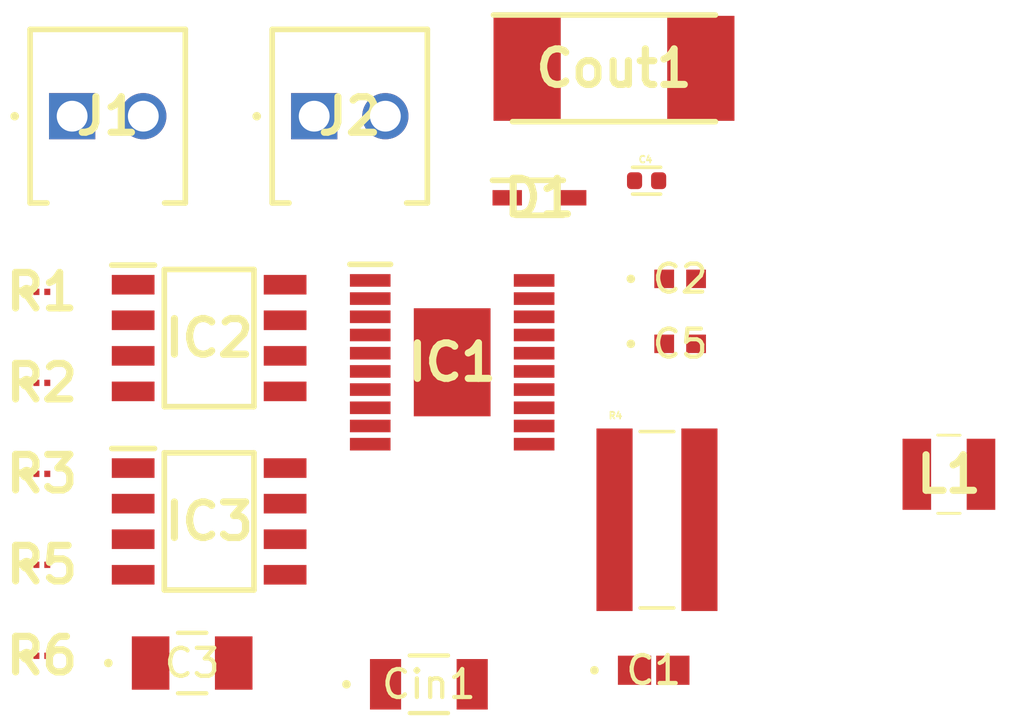
<source format=kicad_pcb>
(kicad_pcb (version 20240108) (generator "pcbnew") (generator_version "8.0")
  (layers (0 "F.Cu" signal) (31 "B.Cu" signal) (34 "B.Paste" user) (35 "F.Paste" user) (36 "B.SilkS" user "B.Silkscreen") (37 "F.SilkS" user "F.Silkscreen") (38 "B.Mask" user) (39 "F.Mask" user) (44 "Edge.Cuts" user))
  (net 0 "")
  (net 1 "Net-(C1-Pad2)")
  (net 2 "GND")
  (net 3 "Net-(IC1-TRACK{slash}SS)")
  (net 4 "Net-(IC1-ITH)")
  (net 5 "Net-(D1-A)")
  (net 6 "Net-(D1-K)")
  (net 7 "Net-(IC1-SW)")
  (net 8 "Net-(IC1-VIN)")
  (net 10 "Net-(IC1-SENSE-)")
  (net 11 "GNDS")
  (net 12 "Net-(IC1-SENSE+)")
  (net 14 "Net-(IC1-FREQ)")
  (net 15 "Net-(IC1-BG)")
  (net 16 "Net-(IC1-VFB)")
  (net 17 "Net-(IC1-TG)")
  (net 18 "GNDPWR")
  (net 21 "Net-(IC1-PGOOD)")
  (footprint "footprints:ERJ-XGNF6042Y" (layer "F.Cu") (at 123.4783 99.2341)
    (property "Reference" "R2" (at 0 0 0) (layer "F.SilkS") (effects (font (size 1.27 1.27) (thickness 0.254))))
    (property "Value" "60k4" (hide yes))
    (fp_circle (center -0.544 0) (end -0.544 0.05) (stroke (width 0.2)) (fill none) (layer "F.SilkS"))
    (pad "1" smd rect (at -0.194 0) (size 0.213 0.225) (layers "F.Cu" "F.Paste" "F.Mask") (net 2 "GND"))
    (pad "2" smd rect (at 0.194 0) (size 0.213 0.225) (layers "F.Cu" "F.Paste" "F.Mask") (net 14 "Net-(IC1-FREQ)"))
  )
  (footprint "footprints:KRL6432D-C-R004-F-T5" (layer "F.Cu") (at 145.4343 104.1241)
    (property "Reference" "R4" (at -1.480155 -3.722309 0) (layer "F.SilkS") (effects (font (size 0.240187 0.240187))))
    (property "Value" "4m")
    (fp_line (start -0.6 -3.15) (end 0.6 -3.15) (stroke (width 0.127)) (layer "F.SilkS"))
    (fp_line (start -0.6 3.15) (end 0.6 3.15) (stroke (width 0.127)) (layer "F.SilkS"))
    (pad "1" smd rect (at -1.515 0) (size 1.29 6.52) (layers "F.Cu" "F.Paste" "F.Mask") (net 12 "Net-(IC1-SENSE+)"))
    (pad "2" smd rect (at 1.515 0) (size 1.29 6.52) (layers "F.Cu" "F.Paste" "F.Mask") (net 10 "Net-(IC1-SENSE-)"))
  )
  (footprint "footprints:ERJ-XGNF1003Y" (layer "F.Cu") (at 123.4783 102.4841)
    (property "Reference" "R3" (at 0 0 0) (layer "F.SilkS") (effects (font (size 1.27 1.27) (thickness 0.254))))
    (property "Value" "100k" (hide yes))
    (fp_circle (center -0.544 0) (end -0.544 0.05) (stroke (width 0.2)) (fill none) (layer "F.SilkS"))
    (pad "1" smd rect (at -0.194 0) (size 0.213 0.225) (layers "F.Cu" "F.Paste" "F.Mask") (net 5 "Net-(D1-A)"))
    (pad "2" smd rect (at 0.194 0) (size 0.213 0.225) (layers "F.Cu" "F.Paste" "F.Mask") (net 21 "Net-(IC1-PGOOD)"))
  )
  (footprint "footprints:CAP_CS0402_YAG" (layer "F.Cu") (at 146.2614 97.8403)
    (property "Reference" "C5" (at 0 0 0) (layer "F.SilkS"))
    (property "Value" "0u1")
    (fp_circle (center -1.7597 0) (end -1.6835 0) (stroke (width 0.1524)) (fill none) (layer "F.SilkS"))
    (pad "1" smd rect (at -0.5687 0) (size 0.7056 0.6604) (layers "F.Cu" "F.Paste" "F.Mask") (net 6 "Net-(D1-K)"))
    (pad "2" smd rect (at 0.5687 0) (size 0.7056 0.6604) (layers "F.Cu" "F.Paste" "F.Mask") (net 7 "Net-(IC1-SW)"))
  )
  (footprint "footprints:AISC-1008F-100G-T" (layer "F.Cu") (at 155.855 102.5)
    (property "Reference" "L1" (at 0 -0.002 0) (layer "F.SilkS") (effects (font (size 1.27 1.27) (thickness 0.254))))
    (property "Value" "10u" (hide yes))
    (fp_line (start -0.4 -1.4) (end 0.4 -1.395) (stroke (width 0.1)) (layer "F.SilkS"))
    (fp_line (start -0.4 1.395) (end 0.4 1.395) (stroke (width 0.1)) (layer "F.SilkS"))
    (pad "1" smd rect (at -1.145 0) (size 1.02 2.54) (layers "F.Cu" "F.Paste" "F.Mask") (net 7 "Net-(IC1-SW)"))
    (pad "2" smd rect (at 1.145 0) (size 1.02 2.54) (layers "F.Cu" "F.Paste" "F.Mask") (net 12 "Net-(IC1-SENSE+)"))
  )
  (footprint "footprints:IRF7413ZPBF" (layer "F.Cu") (at 129.4493 104.1841)
    (property "Reference" "IC3" (at 0 0 0) (layer "F.SilkS") (effects (font (size 1.27 1.27) (thickness 0.254))))
    (property "Value" "IRF7413ZPBF" (hide yes))
    (fp_line (start -3.475 -2.605) (end -1.95 -2.605) (stroke (width 0.2)) (layer "F.SilkS"))
    (fp_line (start -1.6 -2.45) (end 1.6 -2.45) (stroke (width 0.2)) (layer "F.SilkS"))
    (fp_line (start -1.6 2.45) (end -1.6 -2.45) (stroke (width 0.2)) (layer "F.SilkS"))
    (fp_line (start 1.6 -2.45) (end 1.6 2.45) (stroke (width 0.2)) (layer "F.SilkS"))
    (fp_line (start 1.6 2.45) (end -1.6 2.45) (stroke (width 0.2)) (layer "F.SilkS"))
    (pad "1" smd rect (at -2.712 -1.905 90) (size 0.7 1.525) (layers "F.Cu" "F.Paste" "F.Mask"))
    (pad "2" smd rect (at -2.712 -0.635 90) (size 0.7 1.525) (layers "F.Cu" "F.Paste" "F.Mask"))
    (pad "3" smd rect (at -2.712 0.635 90) (size 0.7 1.525) (layers "F.Cu" "F.Paste" "F.Mask"))
    (pad "4" smd rect (at -2.712 1.905 90) (size 0.7 1.525) (layers "F.Cu" "F.Paste" "F.Mask") (net 15 "Net-(IC1-BG)"))
    (pad "5" smd rect (at 2.712 1.905 90) (size 0.7 1.525) (layers "F.Cu" "F.Paste" "F.Mask") (net 7 "Net-(IC1-SW)"))
    (pad "6" smd rect (at 2.712 0.635 90) (size 0.7 1.525) (layers "F.Cu" "F.Paste" "F.Mask"))
    (pad "7" smd rect (at 2.712 -0.635 90) (size 0.7 1.525) (layers "F.Cu" "F.Paste" "F.Mask"))
    (pad "8" smd rect (at 2.712 -1.905 90) (size 0.7 1.525) (layers "F.Cu" "F.Paste" "F.Mask"))
  )
  (footprint "footprints:ERJ-XGNF4023Y" (layer "F.Cu") (at 123.4783 108.9841)
    (property "Reference" "R6" (at 0 0 0) (layer "F.SilkS") (effects (font (size 1.27 1.27) (thickness 0.254))))
    (property "Value" "400k" (hide yes))
    (fp_circle (center -0.544 0) (end -0.544 0.05) (stroke (width 0.2)) (fill none) (layer "F.SilkS"))
    (pad "1" smd rect (at -0.194 0) (size 0.213 0.225) (layers "F.Cu" "F.Paste" "F.Mask") (net 16 "Net-(IC1-VFB)"))
    (pad "2" smd rect (at 0.194 0) (size 0.213 0.225) (layers "F.Cu" "F.Paste" "F.Mask") (net 2 "GND"))
  )
  (footprint "footprints:IRF7413ZPBF" (layer "F.Cu") (at 129.4493 97.6341)
    (property "Reference" "IC2" (at 0 0 0) (layer "F.SilkS") (effects (font (size 1.27 1.27) (thickness 0.254))))
    (property "Value" "IRF7413ZPBF" (hide yes))
    (fp_line (start -3.475 -2.605) (end -1.95 -2.605) (stroke (width 0.2)) (layer "F.SilkS"))
    (fp_line (start -1.6 -2.45) (end 1.6 -2.45) (stroke (width 0.2)) (layer "F.SilkS"))
    (fp_line (start -1.6 2.45) (end -1.6 -2.45) (stroke (width 0.2)) (layer "F.SilkS"))
    (fp_line (start 1.6 -2.45) (end 1.6 2.45) (stroke (width 0.2)) (layer "F.SilkS"))
    (fp_line (start 1.6 2.45) (end -1.6 2.45) (stroke (width 0.2)) (layer "F.SilkS"))
    (pad "1" smd rect (at -2.712 -1.905 90) (size 0.7 1.525) (layers "F.Cu" "F.Paste" "F.Mask") (net 7 "Net-(IC1-SW)"))
    (pad "2" smd rect (at -2.712 -0.635 90) (size 0.7 1.525) (layers "F.Cu" "F.Paste" "F.Mask"))
    (pad "3" smd rect (at -2.712 0.635 90) (size 0.7 1.525) (layers "F.Cu" "F.Paste" "F.Mask"))
    (pad "4" smd rect (at -2.712 1.905 90) (size 0.7 1.525) (layers "F.Cu" "F.Paste" "F.Mask") (net 17 "Net-(IC1-TG)"))
    (pad "5" smd rect (at 2.712 1.905 90) (size 0.7 1.525) (layers "F.Cu" "F.Paste" "F.Mask") (net 8 "Net-(IC1-VIN)"))
    (pad "6" smd rect (at 2.712 0.635 90) (size 0.7 1.525) (layers "F.Cu" "F.Paste" "F.Mask"))
    (pad "7" smd rect (at 2.712 -0.635 90) (size 0.7 1.525) (layers "F.Cu" "F.Paste" "F.Mask"))
    (pad "8" smd rect (at 2.712 -1.905 90) (size 0.7 1.525) (layers "F.Cu" "F.Paste" "F.Mask"))
  )
  (footprint "footprints:ERJ-XGNF1542Y" (layer "F.Cu") (at 123.4783 95.9841)
    (property "Reference" "R1" (at 0 0 0) (layer "F.SilkS") (effects (font (size 1.27 1.27) (thickness 0.254))))
    (property "Value" "15k4" (hide yes))
    (fp_circle (center -0.544 0) (end -0.544 0.05) (stroke (width 0.2)) (fill none) (layer "F.SilkS"))
    (pad "1" smd rect (at -0.194 0) (size 0.213 0.225) (layers "F.Cu" "F.Paste" "F.Mask") (net 1 "Net-(C1-Pad2)"))
    (pad "2" smd rect (at 0.194 0) (size 0.213 0.225) (layers "F.Cu" "F.Paste" "F.Mask") (net 4 "Net-(IC1-ITH)"))
  )
  (footprint "footprints:CMDSH2-3_TR_PBFREE" (layer "F.Cu") (at 141.2393 92.6241)
    (property "Reference" "D1" (at 0 0 0) (layer "F.SilkS") (effects (font (size 1.27 1.27) (thickness 0.254))))
    (property "Value" "CMDSH2-3" (hide yes))
    (fp_line (start -1.675 -0.625) (end 0.85 -0.625) (stroke (width 0.2)) (layer "F.SilkS"))
    (fp_line (start -0.85 0.625) (end 0.85 0.625) (stroke (width 0.2)) (layer "F.SilkS"))
    (pad "1" smd rect (at -1.15 0 90) (size 0.55 1.05) (layers "F.Cu" "F.Paste" "F.Mask") (net 6 "Net-(D1-K)"))
    (pad "2" smd rect (at 1.15 0 90) (size 0.55 1.05) (layers "F.Cu" "F.Paste" "F.Mask") (net 5 "Net-(D1-A)"))
  )
  (footprint "footprints:ERJ-XGNF1003Y" (layer "F.Cu") (at 123.4783 105.7341)
    (property "Reference" "R5" (at 0 0 0) (layer "F.SilkS") (effects (font (size 1.27 1.27) (thickness 0.254))))
    (property "Value" "100k" (hide yes))
    (fp_circle (center -0.544 0) (end -0.544 0.05) (stroke (width 0.2)) (fill none) (layer "F.SilkS"))
    (pad "1" smd rect (at -0.194 0) (size 0.213 0.225) (layers "F.Cu" "F.Paste" "F.Mask") (net 10 "Net-(IC1-SENSE-)"))
    (pad "2" smd rect (at 0.194 0) (size 0.213 0.225) (layers "F.Cu" "F.Paste" "F.Mask") (net 16 "Net-(IC1-VFB)"))
  )
  (footprint "footprints:CAP_CC1206_YAG" (layer "F.Cu") (at 137.2925 110.001)
    (property "Reference" "Cin1" (at 0 0 0) (layer "F.SilkS"))
    (property "Value" "22u")
    (fp_line (start -0.68305 1.0287) (end 0.68305 1.0287) (stroke (width 0.1524)) (layer "F.SilkS"))
    (fp_line (start 0.68305 -1.0287) (end -0.68305 -1.0287) (stroke (width 0.1524)) (layer "F.SilkS"))
    (fp_circle (center -2.9408 0) (end -2.8646 0) (stroke (width 0.1524)) (fill none) (layer "F.SilkS"))
    (pad "1" smd rect (at -1.5466 0) (size 1.112 1.8034) (layers "F.Cu" "F.Paste" "F.Mask") (net 8 "Net-(IC1-VIN)"))
    (pad "2" smd rect (at 1.5466 0) (size 1.112 1.8034) (layers "F.Cu" "F.Paste" "F.Mask") (net 2 "GND"))
  )
  (footprint "footprints:1725656" (layer "F.Cu") (at 133.1993 89.7091)
    (property "Reference" "J2" (at 1.27 0 0) (layer "F.SilkS") (effects (font (size 1.27 1.27) (thickness 0.254))))
    (property "Value" "Screw_Terminal_01x02" (hide yes))
    (fp_line (start -2.1 0) (end -2.1 0) (stroke (width 0.2)) (layer "F.SilkS"))
    (fp_line (start -2.1 0) (end -2.1 0) (stroke (width 0.2)) (layer "F.SilkS"))
    (fp_line (start -2 0) (end -2 0) (stroke (width 0.2)) (layer "F.SilkS"))
    (fp_line (start -1.5 -3.1) (end 4.04 -3.1) (stroke (width 0.2)) (layer "F.SilkS"))
    (fp_line (start -1.5 3.1) (end -1.5 -3.1) (stroke (width 0.2)) (layer "F.SilkS"))
    (fp_line (start -0.9 3.1) (end -1.5 3.1) (stroke (width 0.2)) (layer "F.SilkS"))
    (fp_line (start 4.04 -3.1) (end 4.04 3.1) (stroke (width 0.2)) (layer "F.SilkS"))
    (fp_line (start 4.04 3.1) (end 3.3 3.1) (stroke (width 0.2)) (layer "F.SilkS"))
    (fp_arc (start -2.1 0) (mid -2.05 -0.05) (end -2 0) (stroke (width 0.2)) (layer "F.SilkS"))
    (fp_arc (start -2 0) (mid -2.05 0.05) (end -2.1 0) (stroke (width 0.2)) (layer "F.SilkS"))
    (fp_arc (start -2 0) (mid -2.05 0.05) (end -2.1 0) (stroke (width 0.2)) (layer "F.SilkS"))
    (pad "" np_thru_hole circle (at 0 2.54) (size 1.1 1.1) (drill 1.1) (layers "*.Cu" "*.Mask"))
    (pad "" np_thru_hole circle (at 2.54 2.54) (size 1.1 1.1) (drill 1.1) (layers "*.Cu" "*.Mask"))
    (pad "1" thru_hole rect (at 0 0) (size 1.65 1.65) (drill 1.1) (layers "*.Cu" "*.Mask") (net 2 "GND"))
    (pad "2" thru_hole circle (at 2.54 0) (size 1.65 1.65) (drill 1.1) (layers "*.Cu" "*.Mask") (net 10 "Net-(IC1-SENSE-)"))
  )
  (footprint "footprints:TAZH157J010LBSZ0H00" (layer "F.Cu") (at 143.9 88)
    (property "Reference" "Cout1" (at 0 0 0) (layer "F.SilkS") (effects (font (size 1.27 1.27) (thickness 0.254))))
    (property "Value" "150u" (hide yes))
    (fp_line (start -3.62 1.905) (end 3.62 1.905) (stroke (width 0.2)) (layer "F.SilkS"))
    (fp_line (start 3.62 -1.905) (end -4.3 -1.905) (stroke (width 0.2)) (layer "F.SilkS"))
    (pad "1" smd rect (at -3.1 0) (size 2.4 3.75) (layers "F.Cu" "F.Paste" "F.Mask") (net 10 "Net-(IC1-SENSE-)"))
    (pad "2" smd rect (at 3.1 0) (size 2.4 3.75) (layers "F.Cu" "F.Paste" "F.Mask"))
  )
  (footprint "footprints:CAP_CS1206_YAG" (layer "F.Cu") (at 128.8433 109.2418)
    (property "Reference" "C3" (at 0 0 0) (layer "F.SilkS"))
    (property "Value" "47p")
    (fp_line (start -0.50525 1.0795) (end 0.50525 1.0795) (stroke (width 0.1524)) (layer "F.SilkS"))
    (fp_line (start 0.50525 -1.0795) (end -0.50525 -1.0795) (stroke (width 0.1524)) (layer "F.SilkS"))
    (fp_circle (center -2.9916 0) (end -2.9154 0) (stroke (width 0.1524)) (fill none) (layer "F.SilkS"))
    (pad "1" smd rect (at -1.4831 0) (size 1.3406 1.905) (layers "F.Cu" "F.Paste" "F.Mask") (net 4 "Net-(IC1-ITH)"))
    (pad "2" smd rect (at 1.4831 0) (size 1.3406 1.905) (layers "F.Cu" "F.Paste" "F.Mask") (net 2 "GND"))
  )
  (footprint "footprints:1725656" (layer "F.Cu") (at 124.5593 89.7091)
    (property "Reference" "J1" (at 1.27 0 0) (layer "F.SilkS") (effects (font (size 1.27 1.27) (thickness 0.254))))
    (property "Value" "Screw_Terminal_01x02" (hide yes))
    (fp_line (start -2.1 0) (end -2.1 0) (stroke (width 0.2)) (layer "F.SilkS"))
    (fp_line (start -2.1 0) (end -2.1 0) (stroke (width 0.2)) (layer "F.SilkS"))
    (fp_line (start -2 0) (end -2 0) (stroke (width 0.2)) (layer "F.SilkS"))
    (fp_line (start -1.5 -3.1) (end 4.04 -3.1) (stroke (width 0.2)) (layer "F.SilkS"))
    (fp_line (start -1.5 3.1) (end -1.5 -3.1) (stroke (width 0.2)) (layer "F.SilkS"))
    (fp_line (start -0.9 3.1) (end -1.5 3.1) (stroke (width 0.2)) (layer "F.SilkS"))
    (fp_line (start 4.04 -3.1) (end 4.04 3.1) (stroke (width 0.2)) (layer "F.SilkS"))
    (fp_line (start 4.04 3.1) (end 3.3 3.1) (stroke (width 0.2)) (layer "F.SilkS"))
    (fp_arc (start -2.1 0) (mid -2.05 -0.05) (end -2 0) (stroke (width 0.2)) (layer "F.SilkS"))
    (fp_arc (start -2 0) (mid -2.05 0.05) (end -2.1 0) (stroke (width 0.2)) (layer "F.SilkS"))
    (fp_arc (start -2 0) (mid -2.05 0.05) (end -2.1 0) (stroke (width 0.2)) (layer "F.SilkS"))
    (pad "" np_thru_hole circle (at 0 2.54) (size 1.1 1.1) (drill 1.1) (layers "*.Cu" "*.Mask"))
    (pad "" np_thru_hole circle (at 2.54 2.54) (size 1.1 1.1) (drill 1.1) (layers "*.Cu" "*.Mask"))
    (pad "1" thru_hole rect (at 0 0) (size 1.65 1.65) (drill 1.1) (layers "*.Cu" "*.Mask") (net 2 "GND"))
    (pad "2" thru_hole circle (at 2.54 0) (size 1.65 1.65) (drill 1.1) (layers "*.Cu" "*.Mask") (net 8 "Net-(IC1-VIN)"))
  )
  (footprint "footprints:LTC3807EFE#PBF" (layer "F.Cu") (at 138.1243 98.5)
    (property "Reference" "IC1" (at 0 0 0) (layer "F.SilkS") (effects (font (size 1.27 1.27) (thickness 0.254))))
    (property "Value" "LTC3807EFE#PBF" (hide yes))
    (fp_line (start -3.65 -3.5) (end -2.2 -3.5) (stroke (width 0.2)) (layer "F.SilkS"))
    (pad "1" smd rect (at -2.925 -2.925 90) (size 0.45 1.45) (layers "F.Cu" "F.Paste" "F.Mask") (net 3 "Net-(IC1-TRACK{slash}SS)"))
    (pad "2" smd rect (at -2.925 -2.275 90) (size 0.45 1.45) (layers "F.Cu" "F.Paste" "F.Mask") (net 14 "Net-(IC1-FREQ)"))
    (pad "3" smd rect (at -2.925 -1.625 90) (size 0.45 1.45) (layers "F.Cu" "F.Paste" "F.Mask"))
    (pad "4" smd rect (at -2.925 -0.975 90) (size 0.45 1.45) (layers "F.Cu" "F.Paste" "F.Mask") (net 11 "GNDS"))
    (pad "5" smd rect (at -2.925 -0.325 90) (size 0.45 1.45) (layers "F.Cu" "F.Paste" "F.Mask") (net 11 "GNDS"))
    (pad "6" smd rect (at -2.925 0.325 90) (size 0.45 1.45) (layers "F.Cu" "F.Paste" "F.Mask"))
    (pad "7" smd rect (at -2.925 0.975 90) (size 0.45 1.45) (layers "F.Cu" "F.Paste" "F.Mask") (net 10 "Net-(IC1-SENSE-)"))
    (pad "8" smd rect (at -2.925 1.625 90) (size 0.45 1.45) (layers "F.Cu" "F.Paste" "F.Mask") (net 12 "Net-(IC1-SENSE+)"))
    (pad "9" smd rect (at -2.925 2.275 90) (size 0.45 1.45) (layers "F.Cu" "F.Paste" "F.Mask") (net 16 "Net-(IC1-VFB)"))
    (pad "10" smd rect (at -2.925 2.925 90) (size 0.45 1.45) (layers "F.Cu" "F.Paste" "F.Mask") (net 4 "Net-(IC1-ITH)"))
    (pad "11" smd rect (at 2.925 2.925 90) (size 0.45 1.45) (layers "F.Cu" "F.Paste" "F.Mask") (net 21 "Net-(IC1-PGOOD)"))
    (pad "12" smd rect (at 2.925 2.275 90) (size 0.45 1.45) (layers "F.Cu" "F.Paste" "F.Mask") (net 17 "Net-(IC1-TG)"))
    (pad "13" smd rect (at 2.925 1.625 90) (size 0.45 1.45) (layers "F.Cu" "F.Paste" "F.Mask") (net 7 "Net-(IC1-SW)"))
    (pad "14" smd rect (at 2.925 0.975 90) (size 0.45 1.45) (layers "F.Cu" "F.Paste" "F.Mask") (net 6 "Net-(D1-K)"))
    (pad "15" smd rect (at 2.925 0.325 90) (size 0.45 1.45) (layers "F.Cu" "F.Paste" "F.Mask") (net 15 "Net-(IC1-BG)"))
    (pad "16" smd rect (at 2.925 -0.325 90) (size 0.45 1.45) (layers "F.Cu" "F.Paste" "F.Mask") (net 5 "Net-(D1-A)"))
    (pad "17" smd rect (at 2.925 -0.975 90) (size 0.45 1.45) (layers "F.Cu" "F.Paste" "F.Mask") (net 2 "GND"))
    (pad "18" smd rect (at 2.925 -1.625 90) (size 0.45 1.45) (layers "F.Cu" "F.Paste" "F.Mask") (net 18 "GNDPWR"))
    (pad "19" smd rect (at 2.925 -2.275 90) (size 0.45 1.45) (layers "F.Cu" "F.Paste" "F.Mask") (net 8 "Net-(IC1-VIN)"))
    (pad "20" smd rect (at 2.925 -2.925 90) (size 0.45 1.45) (layers "F.Cu" "F.Paste" "F.Mask"))
    (pad "21" smd rect (at 0 0) (size 2.74 3.86) (layers "F.Cu" "F.Paste" "F.Mask") (net 11 "GNDS"))
  )
  (footprint "footprints:CC0402KRX5R7BB225" (layer "F.Cu") (at 145.0643 92.0141)
    (property "Reference" "C4" (at -0.038306 -0.758223 0) (layer "F.SilkS") (effects (font (size 0.241854 0.241854))))
    (property "Value" "2u2")
    (fp_line (start -0.5 0.48) (end 0.5 0.48) (stroke (width 0.127)) (layer "F.SilkS"))
    (fp_line (start 0.5 -0.48) (end -0.5 -0.48) (stroke (width 0.127)) (layer "F.SilkS"))
    (pad "1" smd roundrect (at -0.43 0) (size 0.54 0.6) (layers "F.Cu" "F.Paste" "F.Mask") (roundrect_rratio 0.265) (net 5 "Net-(D1-A)"))
    (pad "2" smd roundrect (at 0.43 0) (size 0.54 0.6) (layers "F.Cu" "F.Paste" "F.Mask") (roundrect_rratio 0.265) (net 2 "GND"))
  )
  (footprint "footprints:CAP_CS0603_YAG" (layer "F.Cu") (at 145.317 109.5)
    (property "Reference" "C1" (at 0 0 0) (layer "F.SilkS"))
    (property "Value" "4n7")
    (fp_circle (center -2.1153 0) (end -2.0391 0) (stroke (width 0.1524)) (fill none) (layer "F.SilkS"))
    (pad "1" smd rect (at -0.683 0) (size 1.1882 1.0414) (layers "F.Cu" "F.Paste" "F.Mask") (net 2 "GND"))
    (pad "2" smd rect (at 0.683 0) (size 1.1882 1.0414) (layers "F.Cu" "F.Paste" "F.Mask") (net 1 "Net-(C1-Pad2)"))
  )
  (footprint "footprints:CAP_CS0402_YAG" (layer "F.Cu") (at 146.2614 95.5195)
    (property "Reference" "C2" (at 0 0 0) (layer "F.SilkS"))
    (property "Value" "0u1")
    (fp_circle (center -1.7597 0) (end -1.6835 0) (stroke (width 0.1524)) (fill none) (layer "F.SilkS"))
    (pad "1" smd rect (at -0.5687 0) (size 0.7056 0.6604) (layers "F.Cu" "F.Paste" "F.Mask") (net 2 "GND"))
    (pad "2" smd rect (at 0.5687 0) (size 0.7056 0.6604) (layers "F.Cu" "F.Paste" "F.Mask") (net 3 "Net-(IC1-TRACK{slash}SS)"))
  )
)
</source>
